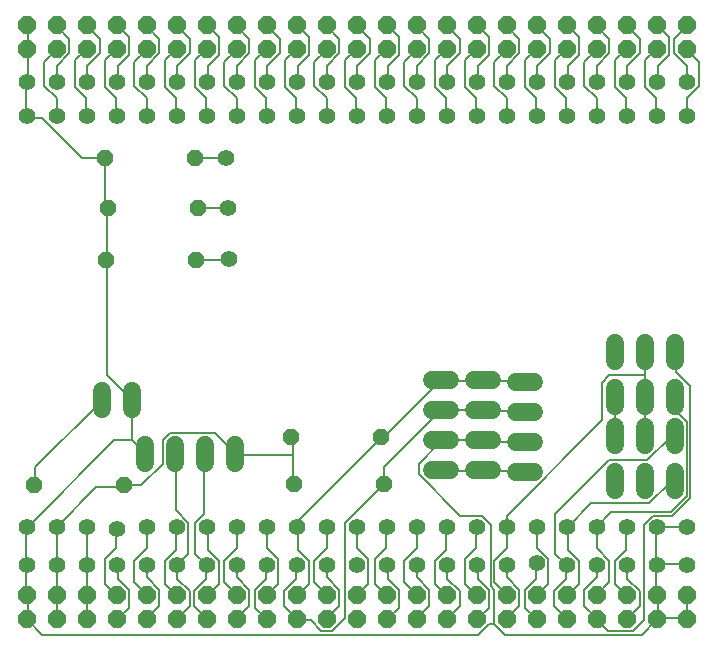
<source format=gbr>
G04 EAGLE Gerber RS-274X export*
G75*
%MOMM*%
%FSLAX34Y34*%
%LPD*%
%INTop Copper*%
%IPPOS*%
%AMOC8*
5,1,8,0,0,1.08239X$1,22.5*%
G01*
%ADD10P,1.649562X8X22.500000*%
%ADD11P,1.539592X8X202.500000*%
%ADD12C,1.422400*%
%ADD13C,1.524000*%
%ADD14P,1.539592X8X22.500000*%
%ADD15C,0.152400*%


D10*
X50800Y40640D03*
X50800Y60960D03*
X76200Y40640D03*
X76200Y60960D03*
X101600Y40640D03*
X101600Y60960D03*
X127000Y40640D03*
X127000Y60960D03*
X152400Y40640D03*
X152400Y60960D03*
X177800Y40640D03*
X177800Y60960D03*
X203200Y40640D03*
X203200Y60960D03*
X228600Y40640D03*
X228600Y60960D03*
X254000Y40640D03*
X254000Y60960D03*
X279400Y40640D03*
X279400Y60960D03*
X304800Y40640D03*
X304800Y60960D03*
X330200Y40640D03*
X330200Y60960D03*
X355600Y40640D03*
X355600Y60960D03*
X381000Y40640D03*
X381000Y60960D03*
X406400Y40640D03*
X406400Y60960D03*
X431800Y40640D03*
X431800Y60960D03*
X457200Y40640D03*
X457200Y60960D03*
X482600Y40640D03*
X482600Y60960D03*
X508000Y40640D03*
X508000Y60960D03*
X533400Y40640D03*
X533400Y60960D03*
X558800Y40640D03*
X558800Y60960D03*
X584200Y40640D03*
X584200Y60960D03*
X609600Y40640D03*
X609600Y60960D03*
D11*
X194310Y344170D03*
X118110Y344170D03*
D12*
X406400Y466090D03*
X431800Y466090D03*
X457200Y466090D03*
X482600Y466090D03*
X508000Y466090D03*
X533400Y466090D03*
X558800Y466090D03*
X584200Y466090D03*
X609600Y466090D03*
D13*
X139700Y233680D02*
X139700Y218440D01*
X114300Y218440D02*
X114300Y233680D01*
D11*
X193040Y430530D03*
X116840Y430530D03*
D12*
X222250Y345440D03*
X219710Y430530D03*
X220980Y388620D03*
D11*
X195580Y388620D03*
X119380Y388620D03*
D13*
X227330Y187960D02*
X227330Y172720D01*
X201930Y172720D02*
X201930Y187960D01*
X176530Y187960D02*
X176530Y172720D01*
X151130Y172720D02*
X151130Y187960D01*
D11*
X133350Y153670D03*
X57150Y153670D03*
D14*
X274320Y194310D03*
X350520Y194310D03*
X276860Y154940D03*
X353060Y154940D03*
D12*
X50800Y118110D03*
X76200Y118110D03*
X101600Y118110D03*
D10*
X50800Y523240D03*
X50800Y543560D03*
X76200Y523240D03*
X76200Y543560D03*
X101600Y523240D03*
X101600Y543560D03*
X127000Y523240D03*
X127000Y543560D03*
X152400Y523240D03*
X152400Y543560D03*
X177800Y523240D03*
X177800Y543560D03*
X203200Y523240D03*
X203200Y543560D03*
X228600Y523240D03*
X228600Y543560D03*
X254000Y523240D03*
X254000Y543560D03*
X279400Y523240D03*
X279400Y543560D03*
X304800Y523240D03*
X304800Y543560D03*
X330200Y523240D03*
X330200Y543560D03*
X355600Y523240D03*
X355600Y543560D03*
X381000Y523240D03*
X381000Y543560D03*
X406400Y523240D03*
X406400Y543560D03*
X431800Y523240D03*
X431800Y543560D03*
X457200Y523240D03*
X457200Y543560D03*
X482600Y523240D03*
X482600Y543560D03*
X508000Y523240D03*
X508000Y543560D03*
X533400Y523240D03*
X533400Y543560D03*
X558800Y523240D03*
X558800Y543560D03*
X584200Y523240D03*
X584200Y543560D03*
X609600Y523240D03*
X609600Y543560D03*
D12*
X127000Y116840D03*
X152400Y118110D03*
X177800Y118110D03*
X203200Y118110D03*
X228600Y118110D03*
X254000Y118110D03*
X279400Y118110D03*
X304800Y118110D03*
X330200Y118110D03*
X355600Y118110D03*
D13*
X464820Y165100D02*
X480060Y165100D01*
X480060Y190500D02*
X464820Y190500D01*
X464820Y215900D02*
X480060Y215900D01*
X480060Y241300D02*
X464820Y241300D01*
D12*
X381000Y118110D03*
X406400Y118110D03*
X431800Y118110D03*
X457200Y118110D03*
X482600Y118110D03*
X508000Y118110D03*
X533400Y118110D03*
X558800Y118110D03*
X584200Y118110D03*
X609600Y118110D03*
D13*
X444500Y166370D02*
X429260Y166370D01*
X429260Y191770D02*
X444500Y191770D01*
X444500Y217170D02*
X429260Y217170D01*
X429260Y242570D02*
X444500Y242570D01*
D12*
X50800Y86360D03*
X76200Y86360D03*
X101600Y86360D03*
X127000Y86360D03*
X152400Y86360D03*
X177800Y86360D03*
X203200Y86360D03*
X228600Y86360D03*
X254000Y86360D03*
X279400Y86360D03*
D13*
X393700Y166370D02*
X408940Y166370D01*
X408940Y191770D02*
X393700Y191770D01*
X393700Y217170D02*
X408940Y217170D01*
X408940Y242570D02*
X393700Y242570D01*
D12*
X304800Y86360D03*
X330200Y86360D03*
X355600Y86360D03*
X381000Y86360D03*
X406400Y86360D03*
X431800Y86360D03*
X457200Y86360D03*
X482600Y87630D03*
X508000Y86360D03*
X533400Y86360D03*
D13*
X548640Y259080D02*
X548640Y274320D01*
X574040Y274320D02*
X574040Y259080D01*
X599440Y259080D02*
X599440Y274320D01*
D12*
X558800Y86360D03*
X584200Y86360D03*
X609600Y86360D03*
X50800Y495300D03*
X76200Y495300D03*
X101600Y495300D03*
X127000Y495300D03*
X152400Y495300D03*
X177800Y495300D03*
X203200Y495300D03*
D13*
X548640Y236220D02*
X548640Y220980D01*
X574040Y220980D02*
X574040Y236220D01*
X599440Y236220D02*
X599440Y220980D01*
D12*
X228600Y495300D03*
X254000Y495300D03*
X279400Y495300D03*
X304800Y495300D03*
X330200Y495300D03*
X355600Y495300D03*
X381000Y495300D03*
X406400Y495300D03*
X431800Y495300D03*
X457200Y495300D03*
D13*
X548640Y203200D02*
X548640Y187960D01*
X574040Y187960D02*
X574040Y203200D01*
X599440Y203200D02*
X599440Y187960D01*
D12*
X482600Y495300D03*
X508000Y495300D03*
X533400Y495300D03*
X558800Y495300D03*
X584200Y495300D03*
X609600Y495300D03*
X50800Y466090D03*
X76200Y466090D03*
X101600Y466090D03*
X127000Y466090D03*
D13*
X548640Y165100D02*
X548640Y149860D01*
X574040Y149860D02*
X574040Y165100D01*
X599440Y165100D02*
X599440Y149860D01*
D12*
X152400Y466090D03*
X177800Y466090D03*
X203200Y466090D03*
X228600Y466090D03*
X254000Y466090D03*
X279400Y466090D03*
X304800Y466090D03*
X330200Y466090D03*
X355600Y466090D03*
X381000Y466090D03*
D15*
X102108Y85344D02*
X102108Y60960D01*
X102108Y85344D02*
X101600Y86360D01*
X102108Y86868D02*
X102108Y117348D01*
X101600Y118110D01*
X102108Y86868D02*
X101600Y86360D01*
X102108Y60960D02*
X102108Y41148D01*
X101600Y40640D01*
X101600Y60960D02*
X102108Y60960D01*
X278892Y74676D02*
X278892Y85344D01*
X278892Y74676D02*
X268224Y64008D01*
X268224Y51816D01*
X279400Y40640D01*
X278892Y85344D02*
X279400Y86360D01*
X353568Y155448D02*
X353568Y169164D01*
X400812Y216408D01*
X353568Y155448D02*
X353060Y154940D01*
X400812Y216408D02*
X401320Y217170D01*
X402336Y217932D02*
X435864Y217932D01*
X436880Y217170D01*
X402336Y217932D02*
X401320Y217170D01*
X437388Y216408D02*
X472440Y216408D01*
X472440Y215900D01*
X437388Y216408D02*
X436880Y217170D01*
X291084Y39624D02*
X280416Y39624D01*
X291084Y39624D02*
X300228Y30480D01*
X309372Y30480D01*
X320040Y41148D01*
X320040Y121920D01*
X353060Y154940D01*
X279400Y40640D02*
X280416Y39624D01*
X280416Y99060D02*
X280416Y117348D01*
X280416Y99060D02*
X289560Y89916D01*
X289560Y70104D01*
X280416Y60960D01*
X280416Y117348D02*
X279400Y118110D01*
X279400Y60960D02*
X280416Y60960D01*
X350520Y195072D02*
X353568Y195072D01*
X400812Y242316D01*
X350520Y195072D02*
X350520Y194310D01*
X400812Y242316D02*
X401320Y242570D01*
X402336Y242316D02*
X435864Y242316D01*
X436880Y242570D01*
X402336Y242316D02*
X401320Y242570D01*
X437388Y242316D02*
X472440Y242316D01*
X472440Y241300D01*
X437388Y242316D02*
X436880Y242570D01*
X280416Y123444D02*
X280416Y118872D01*
X280416Y123444D02*
X350520Y193548D01*
X280416Y118872D02*
X279400Y118110D01*
X350520Y193548D02*
X350520Y194310D01*
X431292Y117348D02*
X431292Y100584D01*
X422148Y91440D01*
X422148Y70104D01*
X431292Y60960D01*
X431292Y117348D02*
X431800Y118110D01*
X431800Y60960D02*
X431292Y60960D01*
X548640Y195580D02*
X548640Y228600D01*
X457200Y118110D02*
X457200Y100584D01*
X446532Y89916D01*
X446532Y71628D01*
X457200Y60960D01*
X574548Y196596D02*
X574548Y228600D01*
X574548Y196596D02*
X574040Y195580D01*
X574548Y228600D02*
X574548Y246888D01*
X574548Y266700D01*
X574040Y266700D01*
X574040Y228600D02*
X574548Y228600D01*
X457200Y128016D02*
X457200Y118110D01*
X457200Y128016D02*
X537972Y208788D01*
X537972Y240792D01*
X544068Y246888D01*
X574548Y246888D01*
X533400Y86360D02*
X533400Y76200D01*
X522732Y65532D01*
X522732Y51816D01*
X533400Y41148D01*
X533400Y40640D01*
X600456Y249936D02*
X600456Y266700D01*
X600456Y249936D02*
X612648Y237744D01*
X612648Y143256D01*
X597408Y128016D01*
X580644Y128016D01*
X573024Y120396D01*
X573024Y39624D01*
X563880Y30480D01*
X542544Y30480D01*
X533400Y39624D01*
X599440Y266700D02*
X600456Y266700D01*
X533400Y40640D02*
X533400Y39624D01*
X533400Y100584D02*
X533400Y118110D01*
X533400Y100584D02*
X544068Y89916D01*
X544068Y71628D01*
X533400Y60960D01*
X600456Y216408D02*
X600456Y228600D01*
X600456Y216408D02*
X609600Y207264D01*
X609600Y144780D01*
X595884Y131064D01*
X545592Y131064D01*
X533400Y118872D01*
X599440Y228600D02*
X600456Y228600D01*
X533400Y118872D02*
X533400Y118110D01*
X507492Y85344D02*
X507492Y74676D01*
X496824Y64008D01*
X496824Y51816D01*
X508000Y40640D01*
X507492Y85344D02*
X508000Y86360D01*
X595884Y195072D02*
X598932Y195072D01*
X595884Y195072D02*
X576072Y175260D01*
X544068Y175260D01*
X498348Y129540D01*
X498348Y96012D01*
X508000Y86360D01*
X598932Y195072D02*
X599440Y195580D01*
X509016Y117348D02*
X509016Y99060D01*
X518160Y89916D01*
X518160Y70104D01*
X509016Y60960D01*
X509016Y117348D02*
X508000Y118110D01*
X508000Y60960D02*
X509016Y60960D01*
X595884Y156972D02*
X598932Y156972D01*
X595884Y156972D02*
X577596Y138684D01*
X528828Y138684D01*
X509016Y118872D01*
X598932Y156972D02*
X599440Y157480D01*
X509016Y118872D02*
X508000Y118110D01*
X435864Y192024D02*
X402336Y192024D01*
X401320Y191770D01*
X435864Y192024D02*
X436880Y191770D01*
X437388Y190500D02*
X472440Y190500D01*
X437388Y190500D02*
X436880Y191770D01*
X609600Y60960D02*
X609600Y41148D01*
X609600Y118872D02*
X585216Y118872D01*
X584200Y118110D01*
X609600Y118110D02*
X609600Y118872D01*
X609600Y86868D02*
X585216Y86868D01*
X584200Y86360D01*
X609600Y86360D02*
X609600Y86868D01*
X585216Y60960D02*
X585216Y41148D01*
X585216Y60960D02*
X584200Y60960D01*
X583692Y60960D02*
X583692Y85344D01*
X584200Y86360D01*
X584200Y60960D02*
X583692Y60960D01*
X583692Y86868D02*
X583692Y117348D01*
X584200Y118110D01*
X583692Y86868D02*
X584200Y86360D01*
X585216Y41148D02*
X609600Y41148D01*
X609600Y40640D01*
X585216Y41148D02*
X584200Y40640D01*
X400812Y190500D02*
X382524Y172212D01*
X382524Y163068D01*
X417576Y128016D01*
X435864Y128016D01*
X443484Y120396D01*
X443484Y68580D01*
X446532Y65532D01*
X446532Y36576D01*
X455676Y27432D01*
X571500Y27432D01*
X583692Y39624D01*
X400812Y190500D02*
X401320Y191770D01*
X584200Y40640D02*
X583692Y39624D01*
X51816Y524256D02*
X51816Y542544D01*
X51816Y524256D02*
X50800Y523240D01*
X51816Y542544D02*
X50800Y543560D01*
X50292Y495300D02*
X50292Y466344D01*
X50800Y466090D01*
X50800Y495300D02*
X50292Y495300D01*
X51816Y495300D02*
X51816Y522732D01*
X50800Y523240D01*
X50800Y495300D02*
X51816Y495300D01*
X118872Y388620D02*
X118872Y344424D01*
X118110Y344170D01*
X117348Y390144D02*
X117348Y429768D01*
X117348Y390144D02*
X118872Y388620D01*
X117348Y429768D02*
X116840Y430530D01*
X118872Y388620D02*
X119380Y388620D01*
X64008Y464820D02*
X51816Y464820D01*
X64008Y464820D02*
X97536Y431292D01*
X115824Y431292D01*
X51816Y464820D02*
X50800Y466090D01*
X115824Y431292D02*
X116840Y430530D01*
X140208Y225552D02*
X140208Y192024D01*
X150876Y181356D01*
X140208Y225552D02*
X139700Y226060D01*
X150876Y181356D02*
X151130Y180340D01*
X50292Y85344D02*
X50292Y60960D01*
X50292Y85344D02*
X50800Y86360D01*
X50800Y60960D02*
X50292Y60960D01*
X50292Y86868D02*
X50292Y117348D01*
X50800Y118110D01*
X50292Y86868D02*
X50800Y86360D01*
X51816Y60960D02*
X51816Y41148D01*
X50800Y40640D01*
X50800Y60960D02*
X51816Y60960D01*
X124968Y192024D02*
X140208Y192024D01*
X124968Y192024D02*
X51816Y118872D01*
X50800Y118110D01*
X118872Y246888D02*
X118872Y342900D01*
X118872Y246888D02*
X139700Y226060D01*
X118872Y342900D02*
X118110Y344170D01*
X441960Y36576D02*
X446532Y36576D01*
X441960Y36576D02*
X432816Y27432D01*
X64008Y27432D01*
X50800Y40640D01*
X202692Y74676D02*
X202692Y85344D01*
X202692Y74676D02*
X192024Y64008D01*
X192024Y51816D01*
X203200Y40640D01*
X202692Y85344D02*
X203200Y86360D01*
X201168Y129540D02*
X201168Y179832D01*
X201168Y129540D02*
X193548Y121920D01*
X193548Y96012D01*
X203200Y86360D01*
X201168Y179832D02*
X201930Y180340D01*
X178308Y85344D02*
X178308Y74676D01*
X188976Y64008D01*
X188976Y51816D01*
X177800Y40640D01*
X178308Y85344D02*
X177800Y86360D01*
X176784Y132588D02*
X176784Y179832D01*
X176784Y132588D02*
X187452Y121920D01*
X187452Y96012D01*
X177800Y86360D01*
X176784Y179832D02*
X176530Y180340D01*
X481584Y86868D02*
X481584Y74676D01*
X472440Y65532D01*
X472440Y50292D01*
X481584Y41148D01*
X481584Y86868D02*
X482600Y87630D01*
X481584Y41148D02*
X482600Y40640D01*
X457200Y76200D02*
X457200Y86360D01*
X457200Y76200D02*
X467868Y65532D01*
X467868Y51816D01*
X457200Y41148D01*
X457200Y40640D01*
X432816Y74676D02*
X432816Y85344D01*
X432816Y74676D02*
X441960Y65532D01*
X441960Y50292D01*
X432816Y41148D01*
X432816Y85344D02*
X431800Y86360D01*
X432816Y41148D02*
X431800Y40640D01*
X406908Y74676D02*
X406908Y85344D01*
X406908Y74676D02*
X417576Y64008D01*
X417576Y51816D01*
X406400Y40640D01*
X406908Y85344D02*
X406400Y86360D01*
X381000Y86360D02*
X381000Y76200D01*
X391668Y65532D01*
X391668Y51816D01*
X381000Y41148D01*
X381000Y40640D01*
X356616Y74676D02*
X356616Y85344D01*
X356616Y74676D02*
X365760Y65532D01*
X365760Y50292D01*
X356616Y41148D01*
X356616Y85344D02*
X355600Y86360D01*
X356616Y41148D02*
X355600Y40640D01*
X304800Y76200D02*
X304800Y86360D01*
X304800Y76200D02*
X315468Y65532D01*
X315468Y51816D01*
X304800Y41148D01*
X304800Y40640D01*
X252984Y74676D02*
X252984Y85344D01*
X252984Y74676D02*
X243840Y65532D01*
X243840Y50292D01*
X252984Y41148D01*
X252984Y85344D02*
X254000Y86360D01*
X252984Y41148D02*
X254000Y40640D01*
X152400Y76200D02*
X152400Y86360D01*
X152400Y76200D02*
X163068Y65532D01*
X163068Y51816D01*
X152400Y41148D01*
X152400Y40640D01*
X128016Y74676D02*
X128016Y85344D01*
X128016Y74676D02*
X137160Y65532D01*
X137160Y50292D01*
X128016Y41148D01*
X128016Y85344D02*
X127000Y86360D01*
X128016Y41148D02*
X127000Y40640D01*
X557784Y99060D02*
X557784Y117348D01*
X557784Y99060D02*
X548640Y89916D01*
X548640Y70104D01*
X557784Y60960D01*
X557784Y117348D02*
X558800Y118110D01*
X558800Y60960D02*
X557784Y60960D01*
X483108Y100584D02*
X483108Y117348D01*
X483108Y100584D02*
X492252Y91440D01*
X492252Y70104D01*
X483108Y60960D01*
X483108Y117348D02*
X482600Y118110D01*
X482600Y60960D02*
X483108Y60960D01*
X405384Y99060D02*
X405384Y117348D01*
X405384Y99060D02*
X396240Y89916D01*
X396240Y70104D01*
X405384Y60960D01*
X405384Y117348D02*
X406400Y118110D01*
X406400Y60960D02*
X405384Y60960D01*
X381000Y100584D02*
X381000Y118110D01*
X381000Y100584D02*
X370332Y89916D01*
X370332Y71628D01*
X381000Y60960D01*
X126492Y100584D02*
X126492Y115824D01*
X126492Y100584D02*
X117348Y91440D01*
X117348Y70104D01*
X126492Y60960D01*
X126492Y115824D02*
X127000Y116840D01*
X127000Y60960D02*
X126492Y60960D01*
X152400Y100584D02*
X152400Y118110D01*
X152400Y100584D02*
X141732Y89916D01*
X141732Y71628D01*
X152400Y60960D01*
X176784Y99060D02*
X176784Y117348D01*
X176784Y99060D02*
X167640Y89916D01*
X167640Y70104D01*
X176784Y60960D01*
X176784Y117348D02*
X177800Y118110D01*
X177800Y60960D02*
X176784Y60960D01*
X204216Y99060D02*
X204216Y117348D01*
X204216Y99060D02*
X213360Y89916D01*
X213360Y70104D01*
X204216Y60960D01*
X204216Y117348D02*
X203200Y118110D01*
X203200Y60960D02*
X204216Y60960D01*
X228600Y100584D02*
X228600Y118110D01*
X228600Y100584D02*
X217932Y89916D01*
X217932Y71628D01*
X228600Y60960D01*
X254508Y100584D02*
X254508Y117348D01*
X254508Y100584D02*
X263652Y91440D01*
X263652Y70104D01*
X254508Y60960D01*
X254508Y117348D02*
X254000Y118110D01*
X254000Y60960D02*
X254508Y60960D01*
X304800Y100584D02*
X304800Y118110D01*
X304800Y100584D02*
X294132Y89916D01*
X294132Y71628D01*
X304800Y60960D01*
X330708Y100584D02*
X330708Y117348D01*
X330708Y100584D02*
X339852Y91440D01*
X339852Y70104D01*
X330708Y60960D01*
X330708Y117348D02*
X330200Y118110D01*
X330200Y60960D02*
X330708Y60960D01*
X355092Y100584D02*
X355092Y117348D01*
X355092Y100584D02*
X345948Y91440D01*
X345948Y70104D01*
X355092Y60960D01*
X355092Y117348D02*
X355600Y118110D01*
X355600Y60960D02*
X355092Y60960D01*
X76200Y466090D02*
X76200Y481584D01*
X65532Y492252D01*
X65532Y512064D01*
X76200Y522732D01*
X76200Y523240D01*
X100584Y481584D02*
X100584Y466344D01*
X100584Y481584D02*
X91440Y490728D01*
X91440Y513588D01*
X100584Y522732D01*
X100584Y466344D02*
X101600Y466090D01*
X100584Y522732D02*
X101600Y523240D01*
X126492Y481584D02*
X126492Y466344D01*
X126492Y481584D02*
X117348Y490728D01*
X117348Y513588D01*
X127000Y523240D01*
X126492Y466344D02*
X127000Y466090D01*
X152400Y466090D02*
X152400Y481584D01*
X141732Y492252D01*
X141732Y512064D01*
X152400Y522732D01*
X152400Y523240D01*
X176784Y481584D02*
X176784Y466344D01*
X176784Y481584D02*
X167640Y490728D01*
X167640Y513588D01*
X176784Y522732D01*
X176784Y466344D02*
X177800Y466090D01*
X176784Y522732D02*
X177800Y523240D01*
X202692Y481584D02*
X202692Y466344D01*
X202692Y481584D02*
X193548Y490728D01*
X193548Y513588D01*
X203200Y523240D01*
X202692Y466344D02*
X203200Y466090D01*
X228600Y466090D02*
X228600Y481584D01*
X217932Y492252D01*
X217932Y512064D01*
X228600Y522732D01*
X228600Y523240D01*
X252984Y481584D02*
X252984Y466344D01*
X252984Y481584D02*
X243840Y490728D01*
X243840Y513588D01*
X252984Y522732D01*
X252984Y466344D02*
X254000Y466090D01*
X252984Y522732D02*
X254000Y523240D01*
X278892Y481584D02*
X278892Y466344D01*
X278892Y481584D02*
X269748Y490728D01*
X269748Y513588D01*
X279400Y523240D01*
X278892Y466344D02*
X279400Y466090D01*
X304800Y466090D02*
X304800Y481584D01*
X294132Y492252D01*
X294132Y512064D01*
X304800Y522732D01*
X304800Y523240D01*
X329184Y481584D02*
X329184Y466344D01*
X329184Y481584D02*
X320040Y490728D01*
X320040Y513588D01*
X329184Y522732D01*
X329184Y466344D02*
X330200Y466090D01*
X329184Y522732D02*
X330200Y523240D01*
X355092Y481584D02*
X355092Y466344D01*
X355092Y481584D02*
X345948Y490728D01*
X345948Y513588D01*
X355600Y523240D01*
X355092Y466344D02*
X355600Y466090D01*
X381000Y466090D02*
X381000Y481584D01*
X370332Y492252D01*
X370332Y512064D01*
X381000Y522732D01*
X381000Y523240D01*
X381000Y509016D02*
X381000Y495300D01*
X381000Y509016D02*
X391668Y519684D01*
X391668Y531876D01*
X381000Y542544D01*
X381000Y543560D01*
X356616Y509016D02*
X356616Y495300D01*
X356616Y509016D02*
X365760Y518160D01*
X365760Y533400D01*
X355600Y543560D01*
X355600Y495300D02*
X356616Y495300D01*
X330708Y495300D02*
X330708Y509016D01*
X341376Y519684D01*
X341376Y531876D01*
X330708Y542544D01*
X330708Y495300D02*
X330200Y495300D01*
X330708Y542544D02*
X330200Y543560D01*
X304800Y509016D02*
X304800Y495300D01*
X304800Y509016D02*
X315468Y519684D01*
X315468Y531876D01*
X304800Y542544D01*
X304800Y543560D01*
X280416Y509016D02*
X280416Y495300D01*
X280416Y509016D02*
X289560Y518160D01*
X289560Y533400D01*
X279400Y543560D01*
X279400Y495300D02*
X280416Y495300D01*
X254508Y495300D02*
X254508Y509016D01*
X265176Y519684D01*
X265176Y531876D01*
X254508Y542544D01*
X254508Y495300D02*
X254000Y495300D01*
X254508Y542544D02*
X254000Y543560D01*
X228600Y509016D02*
X228600Y495300D01*
X228600Y509016D02*
X239268Y519684D01*
X239268Y531876D01*
X228600Y542544D01*
X228600Y543560D01*
X76200Y509016D02*
X76200Y495300D01*
X76200Y509016D02*
X86868Y519684D01*
X86868Y531876D01*
X76200Y542544D01*
X76200Y543560D01*
X102108Y509016D02*
X102108Y495300D01*
X102108Y509016D02*
X112776Y519684D01*
X112776Y531876D01*
X102108Y542544D01*
X102108Y495300D02*
X101600Y495300D01*
X102108Y542544D02*
X101600Y543560D01*
X128016Y509016D02*
X128016Y495300D01*
X128016Y509016D02*
X137160Y518160D01*
X137160Y533400D01*
X127000Y543560D01*
X127000Y495300D02*
X128016Y495300D01*
X152400Y495300D02*
X152400Y509016D01*
X163068Y519684D01*
X163068Y531876D01*
X152400Y542544D01*
X152400Y543560D01*
X178308Y509016D02*
X178308Y495300D01*
X178308Y509016D02*
X188976Y519684D01*
X188976Y531876D01*
X178308Y542544D01*
X178308Y495300D02*
X177800Y495300D01*
X178308Y542544D02*
X177800Y543560D01*
X204216Y509016D02*
X204216Y495300D01*
X204216Y509016D02*
X213360Y518160D01*
X213360Y533400D01*
X203200Y543560D01*
X203200Y495300D02*
X204216Y495300D01*
X405384Y481584D02*
X405384Y466344D01*
X405384Y481584D02*
X396240Y490728D01*
X396240Y513588D01*
X405384Y522732D01*
X405384Y466344D02*
X406400Y466090D01*
X405384Y522732D02*
X406400Y523240D01*
X406908Y509016D02*
X406908Y495300D01*
X406908Y509016D02*
X417576Y519684D01*
X417576Y531876D01*
X406908Y542544D01*
X406908Y495300D02*
X406400Y495300D01*
X406908Y542544D02*
X406400Y543560D01*
X432816Y509016D02*
X432816Y495300D01*
X432816Y509016D02*
X441960Y518160D01*
X441960Y533400D01*
X431800Y543560D01*
X431800Y495300D02*
X432816Y495300D01*
X431292Y481584D02*
X431292Y466344D01*
X431292Y481584D02*
X422148Y490728D01*
X422148Y513588D01*
X431800Y523240D01*
X431292Y466344D02*
X431800Y466090D01*
X457200Y466090D02*
X457200Y481584D01*
X446532Y492252D01*
X446532Y512064D01*
X457200Y522732D01*
X457200Y523240D01*
X457200Y509016D02*
X457200Y495300D01*
X457200Y509016D02*
X467868Y519684D01*
X467868Y531876D01*
X457200Y542544D01*
X457200Y543560D01*
X483108Y509016D02*
X483108Y495300D01*
X483108Y509016D02*
X493776Y519684D01*
X493776Y531876D01*
X483108Y542544D01*
X483108Y495300D02*
X482600Y495300D01*
X483108Y542544D02*
X482600Y543560D01*
X481584Y481584D02*
X481584Y466344D01*
X481584Y481584D02*
X472440Y490728D01*
X472440Y513588D01*
X481584Y522732D01*
X481584Y466344D02*
X482600Y466090D01*
X481584Y522732D02*
X482600Y523240D01*
X507492Y481584D02*
X507492Y466344D01*
X507492Y481584D02*
X498348Y490728D01*
X498348Y513588D01*
X508000Y523240D01*
X507492Y466344D02*
X508000Y466090D01*
X533400Y466090D02*
X533400Y481584D01*
X522732Y492252D01*
X522732Y512064D01*
X533400Y522732D01*
X533400Y523240D01*
X557784Y481584D02*
X557784Y466344D01*
X557784Y481584D02*
X548640Y490728D01*
X548640Y513588D01*
X557784Y522732D01*
X557784Y466344D02*
X558800Y466090D01*
X557784Y522732D02*
X558800Y523240D01*
X583692Y481584D02*
X583692Y466344D01*
X583692Y481584D02*
X574548Y490728D01*
X574548Y513588D01*
X584200Y523240D01*
X583692Y466344D02*
X584200Y466090D01*
X609600Y466090D02*
X609600Y481584D01*
X620268Y492252D01*
X620268Y512064D01*
X609600Y522732D01*
X609600Y523240D01*
X609600Y509016D02*
X609600Y495300D01*
X609600Y509016D02*
X598932Y519684D01*
X598932Y531876D01*
X609600Y542544D01*
X609600Y543560D01*
X585216Y509016D02*
X585216Y495300D01*
X585216Y509016D02*
X594360Y518160D01*
X594360Y533400D01*
X584200Y543560D01*
X584200Y495300D02*
X585216Y495300D01*
X559308Y495300D02*
X559308Y509016D01*
X569976Y519684D01*
X569976Y531876D01*
X559308Y542544D01*
X559308Y495300D02*
X558800Y495300D01*
X559308Y542544D02*
X558800Y543560D01*
X533400Y509016D02*
X533400Y495300D01*
X533400Y509016D02*
X544068Y519684D01*
X544068Y531876D01*
X533400Y542544D01*
X533400Y543560D01*
X509016Y509016D02*
X509016Y495300D01*
X509016Y509016D02*
X518160Y518160D01*
X518160Y533400D01*
X508000Y543560D01*
X508000Y495300D02*
X509016Y495300D01*
X559308Y85344D02*
X559308Y74676D01*
X569976Y64008D01*
X569976Y51816D01*
X558800Y40640D01*
X559308Y85344D02*
X558800Y86360D01*
X228600Y86360D02*
X228600Y76200D01*
X239268Y65532D01*
X239268Y51816D01*
X228600Y41148D01*
X228600Y40640D01*
X76200Y60960D02*
X76200Y86360D01*
X76200Y118110D01*
X109728Y152400D02*
X132588Y152400D01*
X109728Y152400D02*
X76200Y118872D01*
X132588Y152400D02*
X133350Y153670D01*
X76200Y118872D02*
X76200Y118110D01*
X76200Y60960D02*
X76200Y40640D01*
X402336Y166116D02*
X435864Y166116D01*
X402336Y166116D02*
X401320Y166370D01*
X435864Y166116D02*
X436880Y166370D01*
X437388Y166116D02*
X472440Y166116D01*
X472440Y165100D01*
X437388Y166116D02*
X436880Y166370D01*
X275844Y179832D02*
X275844Y192024D01*
X275844Y179832D02*
X275844Y155448D01*
X275844Y192024D02*
X274320Y193548D01*
X275844Y155448D02*
X276860Y154940D01*
X274320Y193548D02*
X274320Y194310D01*
X275844Y179832D02*
X228600Y179832D01*
X227330Y180340D01*
X147828Y153924D02*
X134112Y153924D01*
X147828Y153924D02*
X166116Y172212D01*
X166116Y192024D01*
X172212Y198120D01*
X210312Y198120D01*
X227076Y181356D01*
X134112Y153924D02*
X133350Y153670D01*
X227330Y180340D02*
X227076Y181356D01*
X57912Y169164D02*
X57912Y153924D01*
X57912Y169164D02*
X114300Y225552D01*
X57912Y153924D02*
X57150Y153670D01*
X114300Y225552D02*
X114300Y226060D01*
X195072Y344424D02*
X220980Y344424D01*
X195072Y344424D02*
X194310Y344170D01*
X220980Y344424D02*
X222250Y345440D01*
X219456Y431292D02*
X193548Y431292D01*
X193040Y430530D01*
X219456Y431292D02*
X219710Y430530D01*
X220980Y388620D02*
X195580Y388620D01*
M02*

</source>
